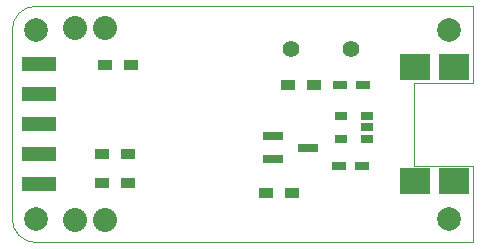
<source format=gbr>
G04 #@! TF.FileFunction,Soldermask,Bot*
%FSLAX46Y46*%
G04 Gerber Fmt 4.6, Leading zero omitted, Abs format (unit mm)*
G04 Created by KiCad (PCBNEW 4.0.4-stable) date 12/05/16 16:27:05*
%MOMM*%
%LPD*%
G01*
G04 APERTURE LIST*
%ADD10C,0.100000*%
%ADD11R,3.000000X1.200000*%
%ADD12C,1.397000*%
%ADD13C,2.000000*%
%ADD14O,2.032000X2.032000*%
%ADD15R,2.500000X2.200000*%
%ADD16R,1.200000X0.750000*%
%ADD17R,1.200000X0.900000*%
%ADD18R,1.060000X0.650000*%
%ADD19R,1.800860X0.800100*%
G04 APERTURE END LIST*
D10*
X179000000Y-63500000D02*
X179000000Y-70000000D01*
X179000000Y-56500000D02*
X179000000Y-50000000D01*
X174000000Y-63500000D02*
X179000000Y-63500000D01*
X174000000Y-56500000D02*
X174000000Y-63500000D01*
X179000000Y-56500000D02*
X174000000Y-56500000D01*
X179000000Y-50000000D02*
X142000000Y-50000000D01*
X179000000Y-70000000D02*
X142000000Y-70000000D01*
X140000000Y-52000000D02*
X140000000Y-68000000D01*
X140000000Y-68000000D02*
G75*
G03X142000000Y-70000000I2000000J0D01*
G01*
X142000000Y-50000000D02*
G75*
G03X140000000Y-52000000I0J-2000000D01*
G01*
D11*
X142240000Y-65024000D03*
X142240000Y-62484000D03*
X142240000Y-59944000D03*
X142240000Y-57404000D03*
X142240000Y-54864000D03*
D12*
X168656000Y-53594000D03*
X163576000Y-53594000D03*
D13*
X142000000Y-52000000D03*
X142000000Y-68000000D03*
X177000000Y-68000000D03*
X177000000Y-52000000D03*
D14*
X147828000Y-68072000D03*
X145288000Y-68072000D03*
X145288000Y-51816000D03*
X147828000Y-51816000D03*
D15*
X174100000Y-64825000D03*
X177400000Y-64825000D03*
X174100000Y-55175000D03*
X177400000Y-55175000D03*
D16*
X169606000Y-63500000D03*
X167706000Y-63500000D03*
X169669500Y-56642000D03*
X167769500Y-56642000D03*
D17*
X165565000Y-56705500D03*
X163365000Y-56705500D03*
X163660000Y-65849500D03*
X161460000Y-65849500D03*
X149850000Y-65000000D03*
X147650000Y-65000000D03*
X149850000Y-62500000D03*
X147650000Y-62500000D03*
X150100000Y-55000000D03*
X147900000Y-55000000D03*
D18*
X170010000Y-59311500D03*
X170010000Y-60261500D03*
X170010000Y-61211500D03*
X167810000Y-61211500D03*
X167810000Y-59311500D03*
D19*
X162074860Y-62926000D03*
X162074860Y-61026000D03*
X165077140Y-61976000D03*
M02*

</source>
